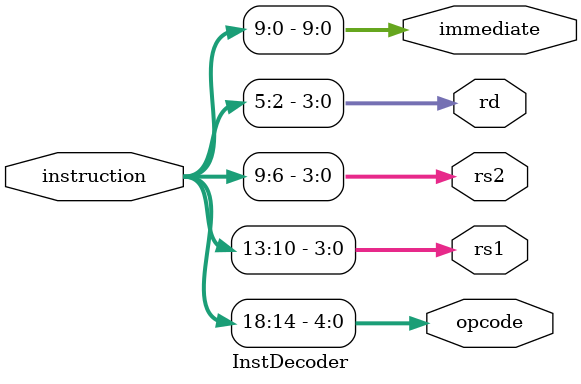
<source format=v>
module InstDecoder(
input [18:0] instruction,
output reg [4:0] opcode,
output reg [3:0] rs1,rs2,rd,
output reg [9:0] immediate);

always@(*)

begin 
opcode= instruction[18:14];
rs1= instruction[13:10];
rs2= instruction[9:6];
rd= instruction[5:2];
immediate= instruction[9:0];
end 
endmodule

</source>
